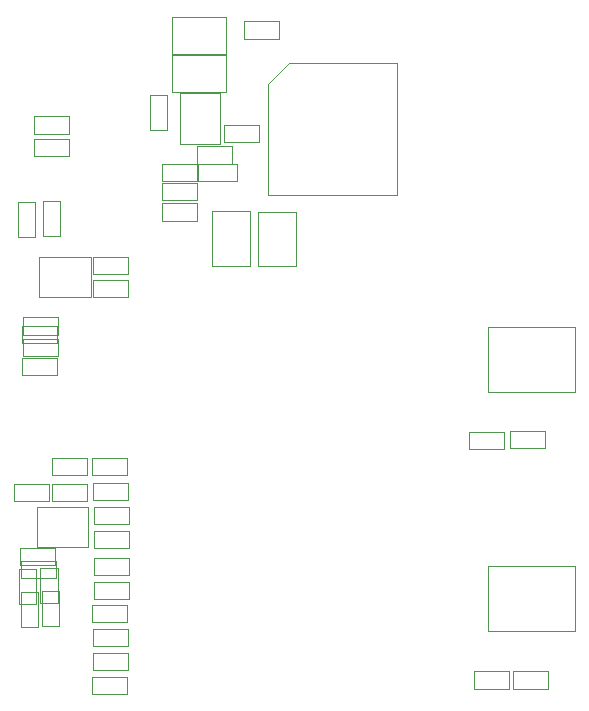
<source format=gbr>
%TF.GenerationSoftware,KiCad,Pcbnew,(5.1.9)-1*%
<<<<<<< HEAD:exports/Gerbers/4runner-Seat-Heat-PCB-Rev02/4runner-seat-heat-F_CrtYd.gbr
%TF.CreationDate,2022-03-20T14:43:19-04:00*%
=======
%TF.CreationDate,2022-12-24T12:33:20-05:00*%
>>>>>>> better-backligh-control:exports/Gerbers/4runner-Seat-Heat-PCB-Rev03/4runner-seat-heat-F_CrtYd.gbr
%TF.ProjectId,4runner-seat-heat,3472756e-6e65-4722-9d73-6561742d6865,rev?*%
%TF.SameCoordinates,Original*%
%TF.FileFunction,Other,User*%
%FSLAX46Y46*%
G04 Gerber Fmt 4.6, Leading zero omitted, Abs format (unit mm)*
<<<<<<< HEAD:exports/Gerbers/4runner-Seat-Heat-PCB-Rev02/4runner-seat-heat-F_CrtYd.gbr
G04 Created by KiCad (PCBNEW (5.1.9)-1) date 2022-03-20 14:43:19*
=======
G04 Created by KiCad (PCBNEW (5.1.9)-1) date 2022-12-24 12:33:20*
>>>>>>> better-backligh-control:exports/Gerbers/4runner-Seat-Heat-PCB-Rev03/4runner-seat-heat-F_CrtYd.gbr
%MOMM*%
%LPD*%
G01*
G04 APERTURE LIST*
%ADD10C,0.050000*%
G04 APERTURE END LIST*
D10*
%TO.C,R24*%
X12780000Y-43070000D02*
X12780000Y-44530000D01*
X12780000Y-44530000D02*
X9820000Y-44530000D01*
X9820000Y-44530000D02*
X9820000Y-43070000D01*
X9820000Y-43070000D02*
X12780000Y-43070000D01*
%TO.C,R23*%
<<<<<<< HEAD:exports/Gerbers/4runner-Seat-Heat-PCB-Rev02/4runner-seat-heat-F_CrtYd.gbr
X10320000Y-49930000D02*
X10320000Y-48470000D01*
X10320000Y-48470000D02*
X13280000Y-48470000D01*
X13280000Y-48470000D02*
X13280000Y-49930000D01*
X13280000Y-49930000D02*
X10320000Y-49930000D01*
%TO.C,R22*%
X13480000Y-30770000D02*
X13480000Y-32230000D01*
X13480000Y-32230000D02*
X10520000Y-32230000D01*
X10520000Y-32230000D02*
X10520000Y-30770000D01*
X10520000Y-30770000D02*
X13480000Y-30770000D01*
%TO.C,R21*%
X10520000Y-30430000D02*
X10520000Y-28970000D01*
X10520000Y-28970000D02*
X13480000Y-28970000D01*
X13480000Y-28970000D02*
X13480000Y-30430000D01*
X13480000Y-30430000D02*
X10520000Y-30430000D01*
=======
X13316400Y-51072800D02*
X10356400Y-51072800D01*
X13316400Y-49612800D02*
X13316400Y-51072800D01*
X10356400Y-49612800D02*
X13316400Y-49612800D01*
X10356400Y-51072800D02*
X10356400Y-49612800D01*
%TO.C,R22*%
X10508800Y-32391600D02*
X13468800Y-32391600D01*
X10508800Y-33851600D02*
X10508800Y-32391600D01*
X13468800Y-33851600D02*
X10508800Y-33851600D01*
X13468800Y-32391600D02*
X13468800Y-33851600D01*
%TO.C,R21*%
X13468800Y-31159200D02*
X10508800Y-31159200D01*
X13468800Y-29699200D02*
X13468800Y-31159200D01*
X10508800Y-29699200D02*
X13468800Y-29699200D01*
X10508800Y-31159200D02*
X10508800Y-29699200D01*
>>>>>>> better-backligh-control:exports/Gerbers/4runner-Seat-Heat-PCB-Rev03/4runner-seat-heat-F_CrtYd.gbr
%TO.C,C7*%
X27603000Y-12668500D02*
X30563000Y-12668500D01*
X27603000Y-14128500D02*
X27603000Y-12668500D01*
X30563000Y-14128500D02*
X27603000Y-14128500D01*
X30563000Y-12668500D02*
X30563000Y-14128500D01*
%TO.C,C8*%
X33654800Y-24613900D02*
X30454800Y-24613900D01*
X30454800Y-24613900D02*
X30454800Y-20013900D01*
X30454800Y-20013900D02*
X33654800Y-20013900D01*
X33654800Y-20013900D02*
X33654800Y-24613900D01*
%TO.C,C9*%
X29743200Y-19988500D02*
X29743200Y-24588500D01*
X26543200Y-19988500D02*
X29743200Y-19988500D01*
X26543200Y-24588500D02*
X26543200Y-19988500D01*
X29743200Y-24588500D02*
X26543200Y-24588500D01*
%TO.C,C10*%
X23150800Y-9931200D02*
X23150800Y-6731200D01*
X23150800Y-6731200D02*
X27750800Y-6731200D01*
X27750800Y-6731200D02*
X27750800Y-9931200D01*
X27750800Y-9931200D02*
X23150800Y-9931200D01*
%TO.C,C6*%
X27738100Y-6705400D02*
X23138100Y-6705400D01*
X27738100Y-3505400D02*
X27738100Y-6705400D01*
X23138100Y-3505400D02*
X27738100Y-3505400D01*
X23138100Y-6705400D02*
X23138100Y-3505400D01*
%TO.C,C12*%
X25254400Y-17608800D02*
X25254400Y-19068800D01*
X25254400Y-19068800D02*
X22294400Y-19068800D01*
X22294400Y-19068800D02*
X22294400Y-17608800D01*
X22294400Y-17608800D02*
X25254400Y-17608800D01*
%TO.C,F2*%
X29279400Y-5378200D02*
X29279400Y-3918200D01*
X29279400Y-3918200D02*
X32239400Y-3918200D01*
X32239400Y-3918200D02*
X32239400Y-5378200D01*
X32239400Y-5378200D02*
X29279400Y-5378200D01*
%TO.C,R1*%
X16452400Y-57347100D02*
X19412400Y-57347100D01*
X16452400Y-58807100D02*
X16452400Y-57347100D01*
X19412400Y-58807100D02*
X16452400Y-58807100D01*
X19412400Y-57347100D02*
X19412400Y-58807100D01*
%TO.C,R3*%
X51733900Y-58934600D02*
X51733900Y-60394600D01*
X51733900Y-60394600D02*
X48773900Y-60394600D01*
X48773900Y-60394600D02*
X48773900Y-58934600D01*
X48773900Y-58934600D02*
X51733900Y-58934600D01*
%TO.C,R2*%
X19387000Y-60839100D02*
X16427000Y-60839100D01*
X19387000Y-59379100D02*
X19387000Y-60839100D01*
X16427000Y-59379100D02*
X19387000Y-59379100D01*
X16427000Y-60839100D02*
X16427000Y-59379100D01*
%TO.C,R9*%
X14484800Y-13862300D02*
X14484800Y-15322300D01*
X14484800Y-15322300D02*
X11524800Y-15322300D01*
X11524800Y-15322300D02*
X11524800Y-13862300D01*
X11524800Y-13862300D02*
X14484800Y-13862300D01*
%TO.C,R12*%
X11512100Y-11957300D02*
X14472100Y-11957300D01*
X11512100Y-13417300D02*
X11512100Y-11957300D01*
X14472100Y-13417300D02*
X11512100Y-13417300D01*
X14472100Y-11957300D02*
X14472100Y-13417300D01*
%TO.C,R4*%
X16541300Y-52800000D02*
X16541300Y-51340000D01*
X16541300Y-51340000D02*
X19501300Y-51340000D01*
X19501300Y-51340000D02*
X19501300Y-52800000D01*
X19501300Y-52800000D02*
X16541300Y-52800000D01*
%TO.C,R7*%
X48316700Y-38652700D02*
X51276700Y-38652700D01*
X48316700Y-40112700D02*
X48316700Y-38652700D01*
X51276700Y-40112700D02*
X48316700Y-40112700D01*
X51276700Y-38652700D02*
X51276700Y-40112700D01*
%TO.C,R5*%
X16566700Y-50780700D02*
X16566700Y-49320700D01*
X16566700Y-49320700D02*
X19526700Y-49320700D01*
X19526700Y-49320700D02*
X19526700Y-50780700D01*
X19526700Y-50780700D02*
X16566700Y-50780700D01*
%TO.C,R6*%
X13023400Y-40887900D02*
X15983400Y-40887900D01*
X13023400Y-42347900D02*
X13023400Y-40887900D01*
X15983400Y-42347900D02*
X13023400Y-42347900D01*
X15983400Y-40887900D02*
X15983400Y-42347900D01*
%TO.C,R8*%
X15958000Y-43059600D02*
X15958000Y-44519600D01*
X15958000Y-44519600D02*
X12998000Y-44519600D01*
X12998000Y-44519600D02*
X12998000Y-43059600D01*
X12998000Y-43059600D02*
X15958000Y-43059600D01*
%TO.C,R11*%
X16490500Y-27234900D02*
X16490500Y-25774900D01*
X16490500Y-25774900D02*
X19450500Y-25774900D01*
X19450500Y-25774900D02*
X19450500Y-27234900D01*
X19450500Y-27234900D02*
X16490500Y-27234900D01*
%TO.C,R10*%
X19501300Y-48520100D02*
X16541300Y-48520100D01*
X19501300Y-47060100D02*
X19501300Y-48520100D01*
X16541300Y-47060100D02*
X19501300Y-47060100D01*
X16541300Y-48520100D02*
X16541300Y-47060100D01*
%TO.C,R16*%
X12262100Y-19094000D02*
X13722100Y-19094000D01*
X13722100Y-19094000D02*
X13722100Y-22054000D01*
X13722100Y-22054000D02*
X12262100Y-22054000D01*
X12262100Y-22054000D02*
X12262100Y-19094000D01*
%TO.C,R15*%
<<<<<<< HEAD:exports/Gerbers/4runner-Seat-Heat-PCB-Rev02/4runner-seat-heat-F_CrtYd.gbr
X12020800Y-53156300D02*
X12020800Y-50196300D01*
X13480800Y-53156300D02*
X12020800Y-53156300D01*
X13480800Y-50196300D02*
X13480800Y-53156300D01*
X12020800Y-50196300D02*
X13480800Y-50196300D01*
=======
X12173200Y-52177500D02*
X13633200Y-52177500D01*
X13633200Y-52177500D02*
X13633200Y-55137500D01*
X13633200Y-55137500D02*
X12173200Y-55137500D01*
X12173200Y-55137500D02*
X12173200Y-52177500D01*
>>>>>>> better-backligh-control:exports/Gerbers/4runner-Seat-Heat-PCB-Rev03/4runner-seat-heat-F_CrtYd.gbr
%TO.C,R14*%
X16490500Y-23831800D02*
X19450500Y-23831800D01*
X16490500Y-25291800D02*
X16490500Y-23831800D01*
X19450500Y-25291800D02*
X16490500Y-25291800D01*
X19450500Y-23831800D02*
X19450500Y-25291800D01*
%TO.C,R13*%
X16554000Y-44990000D02*
X19514000Y-44990000D01*
X16554000Y-46450000D02*
X16554000Y-44990000D01*
X19514000Y-46450000D02*
X16554000Y-46450000D01*
X19514000Y-44990000D02*
X19514000Y-46450000D01*
%TO.C,R34*%
X25267100Y-19310600D02*
X25267100Y-20770600D01*
X25267100Y-20770600D02*
X22307100Y-20770600D01*
X22307100Y-20770600D02*
X22307100Y-19310600D01*
X22307100Y-19310600D02*
X25267100Y-19310600D01*
%TO.C,R35*%
X21291800Y-10115100D02*
X22751800Y-10115100D01*
X22751800Y-10115100D02*
X22751800Y-13075100D01*
X22751800Y-13075100D02*
X21291800Y-13075100D01*
X21291800Y-13075100D02*
X21291800Y-10115100D01*
%TO.C,R36*%
X25254400Y-17443200D02*
X22294400Y-17443200D01*
X25254400Y-15983200D02*
X25254400Y-17443200D01*
X22294400Y-15983200D02*
X25254400Y-15983200D01*
X22294400Y-17443200D02*
X22294400Y-15983200D01*
%TO.C,R37*%
X28264300Y-15957300D02*
X25304300Y-15957300D01*
X28264300Y-14497300D02*
X28264300Y-15957300D01*
X25304300Y-14497300D02*
X28264300Y-14497300D01*
X25304300Y-15957300D02*
X25304300Y-14497300D01*
%TO.C,R38*%
X25375600Y-17430500D02*
X25375600Y-15970500D01*
X25375600Y-15970500D02*
X28675600Y-15970500D01*
X28675600Y-15970500D02*
X28675600Y-17430500D01*
X28675600Y-17430500D02*
X25375600Y-17430500D01*
%TO.C,R17*%
X19361600Y-53283100D02*
X19361600Y-54743100D01*
X19361600Y-54743100D02*
X16401600Y-54743100D01*
X16401600Y-54743100D02*
X16401600Y-53283100D01*
X16401600Y-53283100D02*
X19361600Y-53283100D01*
%TO.C,R19*%
X16427000Y-40887900D02*
X19387000Y-40887900D01*
X16427000Y-42347900D02*
X16427000Y-40887900D01*
X19387000Y-42347900D02*
X16427000Y-42347900D01*
X19387000Y-40887900D02*
X19387000Y-42347900D01*
%TO.C,R18*%
X19412400Y-55365900D02*
X19412400Y-56825900D01*
X19412400Y-56825900D02*
X16452400Y-56825900D01*
X16452400Y-56825900D02*
X16452400Y-55365900D01*
X16452400Y-55365900D02*
X19412400Y-55365900D01*
%TO.C,R20*%
X16477800Y-44456100D02*
X16477800Y-42996100D01*
X16477800Y-42996100D02*
X19437800Y-42996100D01*
X19437800Y-42996100D02*
X19437800Y-44456100D01*
X19437800Y-44456100D02*
X16477800Y-44456100D01*
%TO.C,U1*%
X23812800Y-14273100D02*
X23812800Y-9933100D01*
X23812800Y-14273100D02*
X27212800Y-14273100D01*
X27212800Y-9933100D02*
X23812800Y-9933100D01*
X27212800Y-9933100D02*
X27212800Y-14273100D01*
%TO.C,D1*%
X55035900Y-60394600D02*
X52075900Y-60394600D01*
X55035900Y-58934600D02*
X55035900Y-60394600D01*
X52075900Y-58934600D02*
X55035900Y-58934600D01*
X52075900Y-60394600D02*
X52075900Y-58934600D01*
%TO.C,D2*%
X51758400Y-40049200D02*
X51758400Y-38589200D01*
X51758400Y-38589200D02*
X54718400Y-38589200D01*
X54718400Y-38589200D02*
X54718400Y-40049200D01*
X54718400Y-40049200D02*
X51758400Y-40049200D01*
%TO.C,D3*%
X10141200Y-19170200D02*
X11601200Y-19170200D01*
X11601200Y-19170200D02*
X11601200Y-22130200D01*
X11601200Y-22130200D02*
X10141200Y-22130200D01*
X10141200Y-22130200D02*
X10141200Y-19170200D01*
%TO.C,D4*%
<<<<<<< HEAD:exports/Gerbers/4runner-Seat-Heat-PCB-Rev02/4runner-seat-heat-F_CrtYd.gbr
X10204700Y-53219800D02*
X10204700Y-50259800D01*
X11664700Y-53219800D02*
X10204700Y-53219800D01*
X11664700Y-50259800D02*
X11664700Y-53219800D01*
X10204700Y-50259800D02*
X11664700Y-50259800D01*
=======
X10357100Y-52241000D02*
X11817100Y-52241000D01*
X11817100Y-52241000D02*
X11817100Y-55201000D01*
X11817100Y-55201000D02*
X10357100Y-55201000D01*
X10357100Y-55201000D02*
X10357100Y-52241000D01*
>>>>>>> better-backligh-control:exports/Gerbers/4runner-Seat-Heat-PCB-Rev03/4runner-seat-heat-F_CrtYd.gbr
%TO.C,Q1*%
X49938300Y-55535000D02*
X57278300Y-55535000D01*
X57278300Y-50035000D02*
X49938300Y-50035000D01*
X49938300Y-55535000D02*
X49938300Y-50035000D01*
X57278300Y-50035000D02*
X57278300Y-55535000D01*
%TO.C,Q2*%
X57278300Y-29774700D02*
X57278300Y-35274700D01*
X49938300Y-35274700D02*
X49938300Y-29774700D01*
X57278300Y-29774700D02*
X49938300Y-29774700D01*
X49938300Y-35274700D02*
X57278300Y-35274700D01*
%TO.C,Q4*%
X16279700Y-27265100D02*
X16279700Y-23865100D01*
X16279700Y-27265100D02*
X11939700Y-27265100D01*
X11939700Y-23865100D02*
X11939700Y-27265100D01*
X11939700Y-23865100D02*
X16279700Y-23865100D01*
%TO.C,Q3*%
X11698400Y-44985200D02*
X16038400Y-44985200D01*
X11698400Y-44985200D02*
X11698400Y-48385200D01*
X16038400Y-48385200D02*
X11698400Y-48385200D01*
X16038400Y-48385200D02*
X16038400Y-44985200D01*
%TO.C,L1*%
X42191900Y-18617500D02*
X31291900Y-18617500D01*
X31291900Y-18617500D02*
X31291900Y-9217500D01*
X31291900Y-9217500D02*
X33091900Y-7417500D01*
X33091900Y-7417500D02*
X42191900Y-7417500D01*
X42191900Y-7417500D02*
X42191900Y-18617500D01*
%TD*%
M02*

</source>
